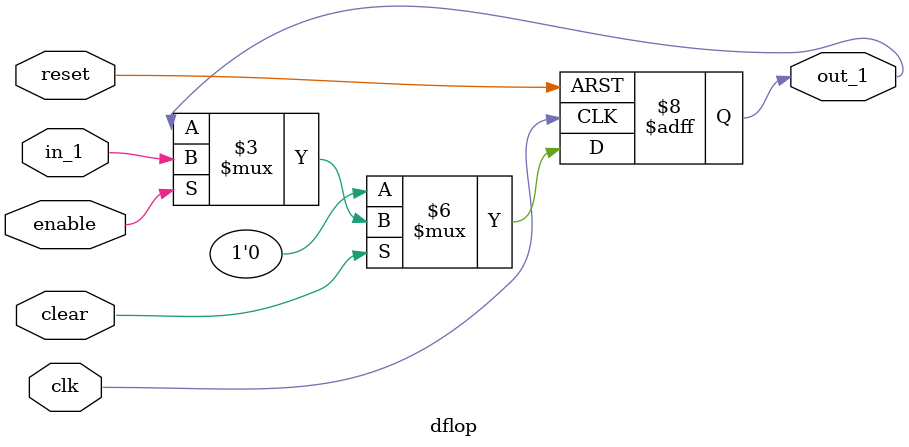
<source format=v>

module dflop ( clk,
               reset,
               in_1,
               enable,
               clear,
               out_1,
              );

    input   clk;
    input   reset;
    input   in_1;
    input   enable;
    input   clear;
    output  out_1;

    reg     out_1;

    // -------------- Design implementation -----------

    always @( posedge clk or posedge reset )
        begin
            if ( reset )
                out_1 <= 1'b0;
            else if ( clear == 1'b0 )
                out_1 <= 1'b0;
            else if ( enable )
                out_1 <= in_1;
        end

endmodule



</source>
